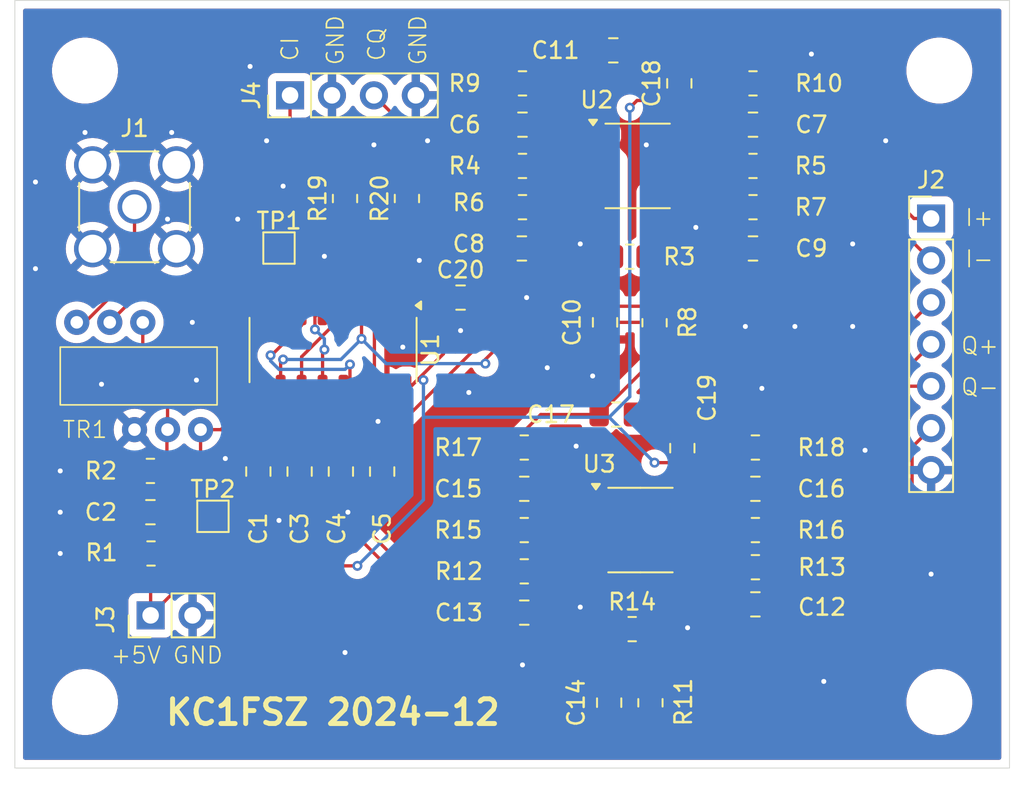
<source format=kicad_pcb>
(kicad_pcb (version 20240108) (generator "pcbnew") (generator_version "8.0")
  (layers (0 "F.Cu" signal) (31 "B.Cu" signal) (34 "B.Paste" user) (35 "F.Paste" user) (36 "B.SilkS" user "B.Silkscreen") (37 "F.SilkS" user "F.Silkscreen") (38 "B.Mask" user) (39 "F.Mask" user) (44 "Edge.Cuts" user))
  (net 0 "")
  (net 1 "Net-(U1-1B4)")
  (net 2 "GND")
  (net 3 "Net-(C2-Pad1)")
  (net 4 "Net-(U1-1B3)")
  (net 5 "Net-(U1-1B2)")
  (net 6 "Net-(U1-1B1)")
  (net 7 "Net-(U2A--)")
  (net 8 "Net-(C6-Pad2)")
  (net 9 "Net-(C7-Pad2)")
  (net 10 "Net-(U2B--)")
  (net 11 "Net-(U2A-+)")
  (net 12 "Net-(U2B-+)")
  (net 13 "Net-(C10-Pad2)")
  (net 14 "I_PLUS")
  (net 15 "I_MINUS")
  (net 16 "Net-(U3B-+)")
  (net 17 "Net-(U3A-+)")
  (net 18 "Net-(C14-Pad2)")
  (net 19 "Net-(U3A--)")
  (net 20 "Net-(C15-Pad2)")
  (net 21 "Net-(U3B--)")
  (net 22 "Net-(C16-Pad2)")
  (net 23 "Q_MINUS")
  (net 24 "Q_PLUS")
  (net 25 "+5V")
  (net 26 "Net-(J1-In)")
  (net 27 "VCOML")
  (net 28 "VCOMR")
  (net 29 "CLK_I")
  (net 30 "CLK_Q")
  (net 31 "Net-(U1-2A)")
  (net 32 "Net-(U1-1A)")
  (net 33 "Net-(J4-Pin_1)")
  (net 34 "Net-(J4-Pin_3)")
  (footprint "Resistor_SMD:R_0805_2012Metric_Pad1.20x1.40mm_HandSolder" (layer "F.Cu") (at 158.5 82.525 90)
    (property "Reference" "R8")
    (property "Value" "100k")
  )
  (footprint "MountingHole:MountingHole_3.5mm" (layer "F.Cu") (at 175.75 105.5)
    (property "Reference" "H4" (hide yes))
    (property "Value" "MountingHole")
  )
  (footprint "Package_SO:SOIC-16_3.9x9.9mm_P1.27mm" (layer "F.Cu") (at 139.025 84.175 -90)
    (property "Reference" "U1")
    (property "Value" "SN74CBT3253")
  )
  (footprint "Package_SO:SOIC-8_3.9x4.9mm_P1.27mm" (layer "F.Cu") (at 157.475 73.025)
    (property "Reference" "U2")
    (property "Value" "LM4562")
  )
  (footprint "Capacitor_SMD:C_0805_2012Metric_Pad1.18x1.45mm_HandSolder" (layer "F.Cu") (at 164.4625 78.025 180)
    (property "Reference" "C9")
    (property "Value" "0.1u")
  )
  (footprint "Resistor_SMD:R_0805_2012Metric_Pad1.20x1.40mm_HandSolder" (layer "F.Cu") (at 157 78.525)
    (property "Reference" "R3")
    (property "Value" "100")
  )
  (footprint "Resistor_SMD:R_0805_2012Metric_Pad1.20x1.40mm_HandSolder" (layer "F.Cu") (at 150.5 75.525 180)
    (property "Reference" "R6")
    (property "Value" "470k")
  )
  (footprint "MountingHole:MountingHole_3.5mm" (layer "F.Cu") (at 175.75 67.25)
    (property "Reference" "H3" (hide yes))
    (property "Value" "MountingHole")
  )
  (footprint "Capacitor_SMD:C_0805_2012Metric_Pad1.18x1.45mm_HandSolder" (layer "F.Cu") (at 156.182628 88.082628 180)
    (property "Reference" "C17")
    (property "Value" "10n")
  )
  (footprint "Capacitor_SMD:C_0805_2012Metric_Pad1.18x1.45mm_HandSolder" (layer "F.Cu") (at 142 91.5375 -90)
    (property "Reference" "C5")
    (property "Value" "33nF")
  )
  (footprint "Connector_PinHeader_2.54mm:PinHeader_1x07_P2.54mm_Vertical" (layer "F.Cu") (at 175.25 76.21)
    (property "Reference" "J2")
    (property "Value" "Conn_01x07")
  )
  (footprint "Capacitor_SMD:C_0805_2012Metric_Pad1.18x1.45mm_HandSolder" (layer "F.Cu") (at 127.9625 94 180)
    (property "Reference" "C2")
    (property "Value" "2.2u")
  )
  (footprint "bruce-footprints:FT37-43 Trifilar" (layer "F.Cu") (at 127.5 85.5)
    (property "Reference" "TR1")
    (property "Value" "Trifilar FT37-43")
  )
  (footprint "Capacitor_SMD:C_0805_2012Metric_Pad1.18x1.45mm_HandSolder" (layer "F.Cu") (at 146.75 81)
    (property "Reference" "C20")
    (property "Value" "0.1u")
  )
  (footprint "Capacitor_SMD:C_0805_2012Metric_Pad1.18x1.45mm_HandSolder" (layer "F.Cu") (at 150.5 70.525)
    (property "Reference" "C6")
    (property "Value" "4.7n")
  )
  (footprint "Capacitor_SMD:C_0805_2012Metric_Pad1.18x1.45mm_HandSolder" (layer "F.Cu") (at 164.607628 99.582628 180)
    (property "Reference" "C12")
    (property "Value" "0.1u")
  )
  (footprint "MountingHole:MountingHole_3.5mm" (layer "F.Cu") (at 124 67.25)
    (property "Reference" "H1" (hide yes))
    (property "Value" "MountingHole")
  )
  (footprint "Capacitor_SMD:C_0805_2012Metric_Pad1.18x1.45mm_HandSolder" (layer "F.Cu") (at 155.5 82.5 90)
    (property "Reference" "C10")
    (property "Value" "10u")
  )
  (footprint "Capacitor_SMD:C_0805_2012Metric_Pad1.18x1.45mm_HandSolder" (layer "F.Cu") (at 160.182628 90.120128 90)
    (property "Reference" "C19")
    (property "Value" "0.1u")
  )
  (footprint "Connector_Coaxial:SMA_Amphenol_901-144_Vertical" (layer "F.Cu") (at 127 75.5)
    (property "Reference" "J1")
    (property "Value" "Conn_Coaxial")
  )
  (footprint "Package_SO:SOIC-8_3.9x4.9mm_P1.27mm" (layer "F.Cu") (at 157.645128 95.082628)
    (property "Reference" "U3")
    (property "Value" "LM4562")
  )
  (footprint "Connector_PinHeader_2.54mm:PinHeader_1x04_P2.54mm_Vertical" (layer "F.Cu") (at 136.42 68.75 90)
    (property "Reference" "J4")
    (property "Value" "Clock")
  )
  (footprint "Capacitor_SMD:C_0805_2012Metric_Pad1.18x1.45mm_HandSolder" (layer "F.Cu") (at 160 68.025 90)
    (property "Reference" "C18")
    (property "Value" "0.1u")
  )
  (footprint "Capacitor_SMD:C_0805_2012Metric_Pad1.18x1.45mm_HandSolder" (layer "F.Cu") (at 155.75 105.5375 90)
    (property "Reference" "C14")
    (property "Value" "10u")
  )
  (footprint "Capacitor_SMD:C_0805_2012Metric_Pad1.18x1.45mm_HandSolder" (layer "F.Cu") (at 150.607628 92.582628)
    (property "Reference" "C15")
    (property "Value" "4.7n")
  )
  (footprint "Resistor_SMD:R_0805_2012Metric_Pad1.20x1.40mm_HandSolder" (layer "F.Cu") (at 158.25 105.545128 90)
    (property "Reference" "R11")
    (property "Value" "100k")
  )
  (footprint "Resistor_SMD:R_0805_2012Metric_Pad1.20x1.40mm_HandSolder" (layer "F.Cu") (at 139.75 75 90)
    (property "Reference" "R19")
    (property "Value" "47")
  )
  (footprint "Resistor_SMD:R_0805_2012Metric_Pad1.20x1.40mm_HandSolder" (layer "F.Cu") (at 164.4625 73.025)
    (property "Reference" "R5")
    (property "Value" "470")
  )
  (footprint "Resistor_SMD:R_0805_2012Metric_Pad1.20x1.40mm_HandSolder" (layer "F.Cu") (at 127.9625 91.5 180)
    (property "Reference" "R2")
    (property "Value" "10k")
  )
  (footprint "Capacitor_SMD:C_0805_2012Metric_Pad1.18x1.45mm_HandSolder" (layer "F.Cu") (at 150.4625 78.025)
    (property "Reference" "C8")
    (property "Value" "0.1u")
  )
  (footprint "Resistor_SMD:R_0805_2012Metric_Pad1.20x1.40mm_HandSolder" (layer "F.Cu") (at 150.5 68.025 180)
    (property "Reference" "R9")
    (property "Value" "47")
  )
  (footprint "Resistor_SMD:R_0805_2012Metric_Pad1.20x1.40mm_HandSolder" (layer "F.Cu") (at 150.607628 95.082628 180)
    (property "Reference" "R15")
    (property "Value" "470")
  )
  (footprint "TestPoint:TestPoint_Pad_1.5x1.5mm" (layer "F.Cu") (at 131.75 94.25)
    (property "Reference" "TP2")
    (property "Value" "TestPoint")
  )
  (footprint "Capacitor_SMD:C_0805_2012Metric_Pad1.18x1.45mm_HandSolder" (layer "F.Cu") (at 134.5 91.5375 -90)
    (property "Reference" "C1")
    (property "Value" "33nF")
  )
  (footprint "TestPoint:TestPoint_Pad_1.5x1.5mm" (layer "F.Cu") (at 135.75 78)
    (property "Reference" "TP1")
    (property "Value" "TestPoint")
  )
  (footprint "Resistor_SMD:R_0805_2012Metric_Pad1.20x1.40mm_HandSolder" (layer "F.Cu") (at 164.607628 95.082628)
    (property "Reference" "R16")
    (property "Value" "470")
  )
  (footprint "Capacitor_SMD:C_0805_2012Metric_Pad1.18x1.45mm_HandSolder" (layer "F.Cu") (at 164.607628 92.582628 180)
    (property "Reference" "C16")
    (property "Value" "4.7n")
  )
  (footprint "Resistor_SMD:R_0805_2012Metric_Pad1.20x1.40mm_HandSolder" (layer "F.Cu") (at 164.607628 90.082628)
    (property "Reference" "R18")
    (property "Value" "47")
  )
  (footprint "Capacitor_SMD:C_0805_2012Metric_Pad1.18x1.45mm_HandSolder" (layer "F.Cu") (at 150.607628 100.082628)
    (property "Reference" "C13")
    (property "Value" "0.1u")
  )
  (footprint "MountingHole:MountingHole_3.5mm" (layer "F.Cu") (at 124 105.5)
    (property "Reference" "H2" (hide yes))
    (property "Value" "MountingHole")
  )
  (footprint "Capacitor_SMD:C_0805_2012Metric_Pad1.18x1.45mm_HandSolder" (layer "F.Cu") (at 164.4625 70.525 180)
    (property "Reference" "C7")
    (property "Value" "4.7n")
  )
  (footprint "Resistor_SMD:R_0805_2012Metric_Pad1.20x1.40mm_HandSolder" (layer "F.Cu") (at 128 96.5)
    (property "Reference" "R1")
    (property "Value" "10k")
  )
  (footprint "Resistor_SMD:R_0805_2012Metric_Pad1.20x1.40mm_HandSolder" (layer "F.Cu") (at 164.4625 75.525 180)
    (property "Reference" "R7")
    (property "Value" "470k")
  )
  (footprint "Resistor_SMD:R_0805_2012Metric_Pad1.20x1.40mm_HandSolder" (layer "F.Cu") (at 164.4625 68.025)
    (property "Reference" "R10")
    (property "Value" "47")
  )
  (footprint "Connector_PinHeader_2.54mm:PinHeader_1x02_P2.54mm_Vertical" (layer "F.Cu") (at 127.975 100.25 90)
    (property "Reference" "J3")
    (property "Value" "Power")
  )
  (footprint "Resistor_SMD:R_0805_2012Metric_Pad1.20x1.40mm_HandSolder" (layer "F.Cu") (at 143.5 75 90)
    (property "Reference" "R20")
    (property "Value" "47")
  )
  (footprint "Resistor_SMD:R_0805_2012Metric_Pad1.20x1.40mm_HandSolder" (layer "F.Cu") (at 150.5 73.025 180)
    (property "Reference" "R4")
    (property "Value" "470")
  )
  (footprint "Resistor_SMD:R_0805_2012Metric_Pad1.20x1.40mm_HandSolder" (layer "F.Cu") (at 150.607628 97.582628 180)
    (property "Reference" "R12")
    (property "Value" "470k")
  )
  (footprint "Resistor_SMD:R_0805_2012Metric_Pad1.20x1.40mm_HandSolder" (layer "F.Cu") (at 164.607628 97.332628 180)
    (property "Reference" "R13")
    (property "Value" "470k")
  )
  (footprint "Resistor_SMD:R_0805_2012Metric_Pad1.20x1.40mm_HandSolder" (layer "F.Cu") (at 150.607628 90.082628 180)
    (property "Reference" "R17")
    (property "Value" "47")
  )
  (footprint "Capacitor_SMD:C_0805_2012Metric_Pad1.18x1.45mm_HandSolder" (layer "F.Cu") (at 156 66.025 180)
    (property "Reference" "C11")
    (property "Value" "10n")
  )
  (footprint "Capacitor_SMD:C_0805_2012Metric_Pad1.18x1.45mm_HandSolder" (layer "F.Cu") (at 139.5 91.5375 -90)
    (property "Reference" "C4")
    (property "Value" "33nF")
  )
  (footprint "Resistor_SMD:R_0805_2012Metric_Pad1.20x1.40mm_HandSolder" (layer "F.Cu") (at 157.145128 101.082628)
    (property "Reference" "R14")
    (property "Value" "100")
  )
  (footprint "Capacitor_SMD:C_0805_2012Metric_Pad1.18x1.45mm_HandSolder" (layer "F.Cu") (at 137 91.5375 -90)
    (property "Reference" "C3")
    (property "Value" "33nF")
  )
  (gr_rect (start 119.75 63) (end 180 109.5) (stroke (width 0.05)) (fill none) (layer "Edge.Cuts"))
  (gr_text "GND" (at 129.25 103.25 0) (layer "F.SilkS") (effects (font (size 1 1) (thickness 0.1)) (justify left bottom)))
  (gr_text "CQ" (at 142.25 66.75 90) (layer "F.SilkS") (effects (font (size 1 1) (thickness 0.1)) (justify left bottom)))
  (gr_text "GND" (at 139.75 67 90) (layer "F.SilkS") (effects (font (size 1 1) (thickness 0.1)) (justify left bottom)))
  (gr_text "KC1FSZ 2024-12" (at 128.75 107 0) (layer "F.SilkS") (effects (font (size 1.5 1.5) (thickness 0.3) (bold yes)) (justify left bottom)))
  (gr_text "I-" (at 177.25 79.25 0) (layer "F.SilkS") (effects (font (size 1 1) (thickness 0.1)) (justify left bottom)))
  (gr_text "CI" (at 137 66.75 90) (layer "F.SilkS") (effects (font (size 1 1) (thickness 0.1)) (justify left bottom)))
  (gr_text "Q-" (at 177 87 0) (layer "F.SilkS") (effects (font (size 1 1) (thickness 0.1)) (justify left bottom)))
  (gr_text "+5V" (at 125.5 103.25 0) (layer "F.SilkS") (effects (font (size 1 1) (thickness 0.1)) (justify left bottom)))
  (gr_text "I+" (at 177.25 76.75 0) (layer "F.SilkS") (effects (font (size 1 1) (thickness 0.1)) (justify left bottom)))
  (gr_text "Q+" (at 177 84.5 0) (layer "F.SilkS") (effects (font (size 1 1) (thickness 0.1)) (justify left bottom)))
  (gr_text "GND" (at 144.75 67 90) (layer "F.SilkS") (effects (font (size 1 1) (thickness 0.1)) (justify left bottom)))
  (segment (start 140.75 83.5) (end 140.75 81.88) (width 0.2) (layer "F.Cu") (net 1))
  (segment (start 165.5 78.025) (end 165.5 78.159744) (width 0.2) (layer "F.Cu") (net 1))
  (segment (start 135.85 84.9) (end 136 84.75) (width 0.2) (layer "F.Cu") (net 1))
  (segment (start 148.25 85) (end 148.25 84.75) (width 0.2) (layer "F.Cu") (net 1))
  (segment (start 140.75 81.88) (end 140.93 81.7) (width 0.2) (layer "F.Cu") (net 1))
  (segment (start 134.5 90.5) (end 135.85 89.15) (width 0.2) (layer "F.Cu") (net 1))
  (segment (start 135.85 86.65) (end 135.85 84.9) (width 0.2) (layer "F.Cu") (net 1))
  (segment (start 165.5 78.159744) (end 161.159744 82.5) (width 0.2) (layer "F.Cu") (net 1))
  (segment (start 151.5 82.75) (end 150.25 82.75) (width 0.2) (layer "F.Cu") (net 1))
  (segment (start 135.85 89.15) (end 135.85 86.65) (width 0.2) (layer "F.Cu") (net 1))
  (segment (start 148.25 84.75) (end 150.25 82.75) (width 0.2) (layer "F.Cu") (net 1))
  (segment (start 161.159744 82.5) (end 151.75 82.5) (width 0.2) (layer "F.Cu") (net 1))
  (segment (start 151.75 82.5) (end 151.5 82.75) (width 0.2) (layer "F.Cu") (net 1))
  (via (at 140.75 83.5) (size 0.6) (drill 0.3) (layers "F.Cu" "B.Cu") (net 1))
  (via (at 148.25 85) (size 0.6) (drill 0.3) (layers "F.Cu" "B.Cu") (net 1))
  (via (at 136 84.75) (size 0.6) (drill 0.3) (layers "F.Cu" "B.Cu") (net 1))
  (segment (start 142.25 85) (end 140.75 83.5) (width 0.2) (layer "B.Cu") (net 1))
  (segment (start 148.25 85) (end 142.25 85) (width 0.2) (layer "B.Cu") (net 1))
  (segment (start 136 84.75) (end 139.5 84.75) (width 0.2) (layer "B.Cu") (net 1))
  (segment (start 139.5 84.75) (end 140.75 83.5) (width 0.2) (layer "B.Cu") (net 1))
  (segment (start 139.5 93.575) (end 139.925 94) (width 0.2) (layer "F.Cu") (net 2))
  (segment (start 139.5 92.575) (end 139.5 93.575) (width 0.2) (layer "F.Cu") (net 2))
  (via (at 139.925 94) (size 0.6) (drill 0.3) (layers "F.Cu" "B.Cu") (net 2))
  (via (at 129 76.25) (size 0.6) (drill 0.3) (layers "F.Cu" "B.Cu") (net 2))
  (via (at 122.5 96.5) (size 0.6) (drill 0.3) (layers "F.Cu" "B.Cu") (net 2))
  (via (at 154 77.75) (size 0.6) (drill 0.3) (layers "F.Cu" "B.Cu") (net 2))
  (via (at 121 74) (size 0.6) (drill 0.3) (layers "F.Cu" "B.Cu") (net 2))
  (via (at 171.25 90.25) (size 0.6) (drill 0.3) (layers "F.Cu" "B.Cu") (net 2))
  (via (at 170.5 77.75) (size 0.6) (drill 0.3) (layers "F.Cu" "B.Cu") (net 2))
  (via (at 144.75 71.5) (size 0.6) (drill 0.3) (layers "F.Cu" "B.Cu") (net 2))
  (via (at 143.25 84) (size 0.6) (drill 0.3) (layers "F.Cu" "B.Cu") (net 2))
  (via (at 146.75 83) (size 0.6) (drill 0.3) (layers "F.Cu" "B.Cu") (net 2))
  (via (at 168.75 104.25) (size 0.6) (drill 0.3) (layers "F.Cu" "B.Cu") (net 2))
  (via (at 165 86.5) (size 0.6) (drill 0.3) (layers "F.Cu" "B.Cu") (net 2))
  (via (at 129.25 71) (size 0.6) (drill 0.3) (layers "F.Cu" "B.Cu") (net 2))
  (via (at 141.5 71.75) (size 0.6) (drill 0.3) (layers "F.Cu" "B.Cu") (net 2))
  (via (at 135 71.5) (size 0.6) (drill 0.3) (layers "F.Cu" "B.Cu") (net 2))
  (via (at 144.25 78.75) (size 0.6) (drill 0.3) (layers "F.Cu" "B.Cu") (net 2))
  (via (at 147.25 86.75) (size 0.6) (drill 0.3) (layers "F.Cu" "B.Cu") (net 2))
  (via (at 168 66.25) (size 0.6) (drill 0.3) (layers "F.Cu" "B.Cu") (net 2))
  (via (at 153.75 90) (size 0.6) (drill 0.3) (layers "F.Cu" "B.Cu") (net 2))
  (via (at 122.5 91.5) (size 0.6) (drill 0.3) (layers "F.Cu" "B.Cu") (net 2))
  (via (at 133.25 76.25) (size 0.6) (drill 0.3) (layers "F.Cu" "B.Cu") (net 2))
  (via (at 154 99.75) (size 0.6) (drill 0.3) (layers "F.Cu" "B.Cu") (net 2))
  (via (at 132.5 90.75) (size 0.6) (drill 0.3) (layers "F.Cu" "B.Cu") (net 2))
  (via (at 167 82.75) (size 0.6) (drill 0.3) (layers "F.Cu" "B.Cu") (net 2))
  (via (at 135.75 94.5) (size 0.6) (drill 0.3) (layers "F.Cu" "B.Cu") (net 2))
  (via (at 134 67) (size 0.6) (drill 0.3) (layers "F.Cu" "B.Cu") (net 2))
  (via (at 141.75 88.5) (size 0.6) (drill 0.3) (layers "F.Cu" "B.Cu") (net 2))
  (via (at 138.5 78.5) (size 0.6) (drill 0.3) (layers "F.Cu" "B.Cu") (net 2))
  (via (at 122.5 94) (size 0.6) (drill 0.3) (layers "F.Cu" "B.Cu") (net 2))
  (via (at 175.25 97.75) (size 0.6) (drill 0.3) (layers "F.Cu" "B.Cu") (net 2))
  (via (at 158 71.75) (size 0.6) (drill 0.3) (layers "F.Cu" "B.Cu") (net 2))
  (via (at 164 82.75) (size 0.6) (drill 0.3) (layers "F.Cu" "B.Cu") (net 2))
  (via (at 124 71) (size 0.6) (drill 0.3) (layers "F.Cu" "B.Cu") (net 2))
  (via (at 125 86.25) (size 0.6) (drill 0.3) (layers "F.Cu" "B.Cu") (net 2))
  (via (at 150.75 81) (size 0.6) (drill 0.3) (layers "F.Cu" "B.Cu") (net 2))
  (via (at 152 85.25) (size 0.6) (drill 0.3) (layers "F.Cu" "B.Cu") (net 2))
  (via (at 136 74.25) (size 0.6) (drill 0.3) (layers "F.Cu" "B.Cu") (net 2))
  (via (at 130.75 86) (size 0.6) (drill 0.3) (layers "F.Cu" "B.Cu") (net 2))
  (via (at 130.5 82.5) (size 0.6) (drill 0.3) (layers "F.Cu" "B.Cu") (net 2))
  (via (at 172.5 71.5) (size 0.6) (drill 0.3) (layers "F.Cu" "B.Cu") (net 2))
  (via (at 121 79.25) (size 0.6) (drill 0.3) (layers "F.Cu" "B.Cu") (net 2))
  (via (at 161 76.75) (size 0.6) (drill 0.3) (layers "F.Cu" "B.Cu") (net 2))
  (via (at 160.5 101) (size 0.6) (drill 0.3) (layers "F.Cu" "B.Cu") (net 2))
  (via (at 154.75 85.75) (size 0.6) (drill 0.3) (layers "F.Cu" "B.Cu") (net 2))
  (via (at 170.5 82.75) (size 0.6) (drill 0.3) (layers "F.Cu" "B.Cu") (net 2))
  (via (at 139.75 102.5) (size 0.6) (drill 0.3) (layers "F.Cu" "B.Cu") (net 2))
  (via (at 150.5 103.25) (size 0.6) (drill 0.3) (layers "F.Cu" "B.Cu") (net 2))
  (segment (start 128.5 86) (end 129 86.5) (width 0.2) (layer "F.Cu") (net 3))
  (segment (start 129 94) (end 129 91.5375) (width 0.2) (layer "F.Cu") (net 3))
  (segment (start 129 96.5) (end 129 94) (width 0.2) (layer "F.Cu") (net 3))
  (segment (start 129 91.5375) (end 128.9625 91.5) (width 0.2) (layer "F.Cu") (net 3))
  (segment (start 129 86.5) (end 129 89) (width 0.2) (layer "F.Cu") (net 3))
  (segment (start 128.9625 89.0375) (end 129 89) (width 0.2) (layer "F.Cu") (net 3))
  (segment (start 127.5 82.5) (end 127.5 84.5) (width 0.2) (layer "F.Cu") (net 3))
  (segment (start 128.9625 91.5) (end 128.9625 89.0375) (width 0.2) (layer "F.Cu") (net 3))
  (segment (start 127.5 84.5) (end 128.5 85.5) (width 0.2) (layer "F.Cu") (net 3))
  (segment (start 128.5 85.5) (end 128.5 86) (width 0.2) (layer "F.Cu") (net 3))
  (segment (start 138.025 93) (end 138.025 91.525) (width 0.2) (layer "F.Cu") (net 4))
  (segment (start 137 90.5) (end 137 86.77) (width 0.2) (layer "F.Cu") (net 4))
  (segment (start 139.66 82.045552) (end 139.66 81.7) (width 0.2) (layer "F.Cu") (net 4))
  (segment (start 138.025 91.525) (end 137 90.5) (width 0.2) (layer "F.Cu") (net 4))
  (segment (start 150.525 105.5) (end 138.025 93) (width 0.2) (layer "F.Cu") (net 4))
  (segment (start 137 86.77) (end 137.12 86.65) (width 0.2) (layer "F.Cu") (net 4))
  (segment (start 137.12 86.65) (end 137.12 84.585552) (width 0.2) (layer "F.Cu") (net 4))
  (segment (start 160.452756 105.5) (end 150.525 105.5) (width 0.2) (layer "F.Cu") (net 4))
  (segment (start 137.12 84.585552) (end 139.66 82.045552) (width 0.2) (layer "F.Cu") (net 4))
  (segment (start 165.645128 100.307628) (end 160.452756 105.5) (width 0.2) (layer "F.Cu") (net 4))
  (segment (start 165.645128 99.582628) (end 165.645128 100.307628) (width 0.2) (layer "F.Cu") (net 4))
  (segment (start 140.525 91.525) (end 139.5 90.5) (width 0.2) (layer "F.Cu") (net 5))
  (segment (start 146.082628 100.082628) (end 140.5 94.5) (width 0.2) (layer "F.Cu") (net 5))
  (segment (start 149.570128 100.082628) (end 146.082628 100.082628) (width 0.2) (layer "F.Cu") (net 5))
  (segment (start 139.5 90.5) (end 138.39 89.39) (width 0.2) (layer "F.Cu") (net 5))
  (segment (start 140.525 94.475) (end 140.525 91.525) (width 0.2) (layer "F.Cu") (net 5))
  (segment (start 140.5 94.5) (end 140.525 94.475) (width 0.2) (layer "F.Cu") (net 5))
  (segment (start 138.39 84.26) (end 138.5 84.15) (width 0.2) (layer "F.Cu") (net 5))
  (segment (start 138.39 86.65) (end 138.39 84.26) (width 0.2) (layer "F.Cu") (net 5))
  (segment (start 138.39 89.39) (end 138.39 86.65) (width 0.2) (layer "F.Cu") (net 5))
  (segment (start 137.928511 82.161489) (end 138.39 81.7) (width 0.2) (layer "F.Cu") (net 5))
  (segment (start 137.928511 82.928511) (end 137.928511 82.161489) (width 0.2) (layer "F.Cu") (net 5))
  (via (at 138.5 84.15) (size 0.6) (drill 0.3) (layers "F.Cu" "B.Cu") (net 5))
  (via (at 137.928511 82.928511) (size 0.6) (drill 0.3) (layers "F.Cu" "B.Cu") (net 5))
  (segment (start 138.5 84.15) (end 138.5 83.5) (width 0.2) (layer "B.Cu") (net 5))
  (segment (start 138.5 83.5) (end 137.928511 82.928511) (width 0.2) (layer "B.Cu") (net 5))
  (segment (start 135.297982 84.497017) (end 135.241051 84.497017) (width 0.2) (layer "F.Cu") (net 6))
  (segment (start 140.049265 86.260735) (end 139.66 86.65) (width 0.2) (layer "F.Cu") (net 6))
  (segment (start 140.049265 85.049265) (end 140.049265 86.260735) (width 0.2) (layer "F.Cu") (net 6))
  (segment (start 149.425 78.025) (end 149.425 82.310552) (width 0.2) (layer "F.Cu") (net 6))
  (segment (start 137.12 81.7) (end 137.12 82.674999) (width 0.2) (layer "F.Cu") (net 6))
  (segment (start 142 89.735552) (end 142 90.5) (width 0.2) (layer "F.Cu") (net 6))
  (segment (start 139.66 88.16) (end 139.66 86.65) (width 0.2) (layer "F.Cu") (net 6))
  (segment (start 149.425 82.310552) (end 142 89.735552) (width 0.2) (layer "F.Cu") (net 6))
  (segment (start 137.12 82.674999) (end 135.297982 84.497017) (width 0.2) (layer "F.Cu") (net 6))
  (segment (start 142 90.5) (end 139.66 88.16) (width 0.2) (layer "F.Cu") (net 6))
  (via (at 140.049265 85.049265) (size 0.6) (drill 0.3) (layers "F.Cu" "B.Cu") (net 6))
  (via (at 135.241051 84.497017) (size 0.6) (drill 0.3) (layers "F.Cu" "B.Cu") (net 6))
  (segment (start 135.241051 84.83958) (end 135.751471 85.35) (width 0.2) (layer "B.Cu") (net 6))
  (segment (start 135.751471 85.35) (end 139.74853 85.35) (width 0.2) (layer "B.Cu") (net 6))
  (segment (start 139.74853 85.35) (end 140.049265 85.049265) (width 0.2) (layer "B.Cu") (net 6))
  (segment (start 135.241051 84.497017) (end 135.241051 84.83958) (width 0.2) (layer "B.Cu") (net 6))
  (segment (start 156 78.525) (end 156.275 78.25) (width 0.2) (layer "F.Cu") (net 7))
  (segment (start 149.4625 70.525) (end 151.5 72.5625) (width 0.2) (layer "F.Cu") (net 7))
  (segment (start 151.5 73.025) (end 154.365 73.025) (width 0.2) (layer "F.Cu") (net 7))
  (segment (start 154.365 73.025) (end 155 72.39) (width 0.2) (layer "F.Cu") (net 7))
  (segment (start 156.275 72.690001) (end 155.974999 72.39) (width 0.2) (layer "F.Cu") (net 7))
  (segment (start 156.275 78.25) (end 156.275 72.690001) (width 0.2) (layer "F.Cu") (net 7))
  (segment (start 151.5 72.5625) (end 151.5 73.025) (width 0.2) (layer "F.Cu") (net 7))
  (segment (start 155.974999 72.39) (end 155 72.39) (width 0.2) (layer "F.Cu") (net 7))
  (segment (start 151.5375 68.5625) (end 151.5375 70.525) (width 0.2) (layer "F.Cu") (net 8))
  (segment (start 151.5 68.525) (end 151.5375 68.5625) (width 0.2) (layer "F.Cu") (net 8))
  (segment (start 154.405 70.525) (end 155 71.12) (width 0.2) (layer "F.Cu") (net 8))
  (segment (start 151.5 68.025) (end 151.5 68.525) (width 0.2) (layer "F.Cu") (net 8))
  (segment (start 151.5375 70.525) (end 154.405 70.525) (width 0.2) (layer "F.Cu") (net 8))
  (segment (start 163.425 70.525) (end 163.425 68.0625) (width 0.2) (layer "F.Cu") (net 9))
  (segment (start 163.425 68.0625) (end 163.4625 68.025) (width 0.2) (layer "F.Cu") (net 9))
  (segment (start 159.95 72.39) (end 161.56 72.39) (width 0.2) (layer "F.Cu") (net 9))
  (segment (start 161.56 72.39) (end 163.425 70.525) (width 0.2) (layer "F.Cu") (net 9))
  (segment (start 158 78.525) (end 158 74.635001) (width 0.2) (layer "F.Cu") (net 10))
  (segment (start 163.4625 72.5625) (end 163.4625 73.025) (width 0.2) (layer "F.Cu") (net 10))
  (segment (start 158.975001 73.66) (end 159.95 73.66) (width 0.2) (layer "F.Cu") (net 10))
  (segment (start 163.4625 73.025) (end 160.585 73.025) (width 0.2) (layer "F.Cu") (net 10))
  (segment (start 158 74.635001) (end 158.975001 73.66) (width 0.2) (layer "F.Cu") (net 10))
  (segment (start 165.5 70.525) (end 163.4625 72.5625) (width 0.2) (layer "F.Cu") (net 10))
  (segment (start 160.585 73.025) (end 159.95 73.66) (width 0.2) (layer "F.Cu") (net 10))
  (segment (start 151.5 75.525) (end 151.5 78.025) (width 0.2) (layer "F.Cu") (net 11))
  (segment (start 151.5 75.525) (end 153.365 73.66) (width 0.2) (layer "F.Cu") (net 11))
  (segment (start 153.365 73.66) (end 155 73.66) (width 0.2) (layer "F.Cu") (net 11))
  (segment (start 163.425 76.025) (end 163.425 78.025) (width 0.2) (layer "F.Cu") (net 12))
  (segment (start 162.8675 74.93) (end 163.4625 75.525) (width 0.2) (layer "F.Cu") (net 12))
  (segment (start 159.95 74.93) (end 162.8675 74.93) (width 0.2) (layer "F.Cu") (net 12))
  (segment (start 163.4625 75.9875) (end 163.425 76.025) (width 0.2) (layer "F.Cu") (net 12))
  (segment (start 163.4625 75.525) (end 163.4625 75.9875) (width 0.2) (layer "F.Cu") (net 12))
  (segment (start 150.5 78.622244) (end 150.5 76.525) (width 0.2) (layer "F.Cu") (net 13))
  (segment (start 161.522244 81.525) (end 164.5 78.547244) (width 0.2) (layer "F.Cu") (net 13))
  (segment (start 158.5 81.525) (end 161.522244 81.525) (width 0.2) (layer "F.Cu") (net 13))
  (segment (start 150.5 76.525) (end 149.5 75.525) (width 0.2) (layer "F.Cu") (net 13))
  (segment (start 153.402756 81.525) (end 153.465256 81.4625) (width 0.2) (layer "F.Cu") (net 13))
  (segment (start 155.775 81.525) (end 158.5 81.525) (width 0.2) (layer "F.Cu") (net 13))
  (segment (start 153.402756 81.525) (end 150.5 78.622244) (width 0.2) (layer "F.Cu") (net 13))
  (segment (start 155.5 81.4625) (end 155.7125 81.4625) (width 0.2) (layer "F.Cu") (net 13))
  (segment (start 155.7125 81.4625) (end 155.775 81.525) (width 0.2) (layer "F.Cu") (net 13))
  (segment (start 164.5 78.547244) (end 164.5 76.4875) (width 0.2) (layer "F.Cu") (net 13))
  (segment (start 153.465256 81.4625) (end 155.5 81.4625) (width 0.2) (layer "F.Cu") (net 13))
  (segment (start 164.5 76.4875) (end 165.4625 75.525) (width 0.2) (layer "F.Cu") (net 13))
  (segment (start 174.21 76.21) (end 169.75 71.75) (width 0.2) (layer "F.Cu") (net 14))
  (segment (start 149.5 68.025) (end 151.5 66.025) (width 0.2) (layer "F.Cu") (net 14))
  (segment (start 169.5 65) (end 155.9875 65) (width 0.2) (layer "F.Cu") (net 14))
  (segment (start 151.5 66.025) (end 154.9625 66.025) (width 0.2) (layer "F.Cu") (net 14))
  (segment (start 155.9875 65) (end 154.9625 66.025) (width 0.2) (layer "F.Cu") (net 14))
  (segment (start 148.575 72.1) (end 148.575 68.95) (width 0.2) (layer "F.Cu") (net 14))
  (segment (start 169.75 71.75) (end 169.75 65.25) (width 0.2) (layer "F.Cu") (net 14))
  (segment (start 149.5 73.025) (end 148.575 72.1) (width 0.2) (layer "F.Cu") (net 14))
  (segment (start 169.75 65.25) (end 169.5 65) (width 0.2) (layer "F.Cu") (net 14))
  (segment (start 148.575 68.95) (end 149.5 68.025) (width 0.2) (layer "F.Cu") (net 14))
  (segment (start 175.25 76.21) (end 174.21 76.21) (width 0.2) (layer "F.Cu") (net 14))
  (segment (start 163.4625 66.025) (end 157.0375 66.025) (width 0.2) (layer "F.Cu") (net 15))
  (segment (start 169.525 73.025) (end 165.4625 73.025) (width 0.2) (layer "F.Cu") (net 15))
  (segment (start 165.4625 68.025) (end 163.4625 66.025) (width 0.2) (layer "F.Cu") (net 15))
  (segment (start 175.25 78.75) (end 169.525 73.025) (width 0.2) (layer "F.Cu") (net 15))
  (segment (start 166.3875 68.95) (end 166.3875 72.1) (width 0.2) (layer "F.Cu") (net 15))
  (segment (start 165.4625 68.025) (end 166.3875 68.95) (width 0.2) (layer "F.Cu") (net 15))
  (segment (start 166.3875 72.1) (end 165.4625 73.025) (width 0.2) (layer "F.Cu") (net 15))
  (segment (start 163.262628 96.987628) (end 163.607628 97.332628) (width 0.2) (layer "F.Cu") (net 16))
  (segment (start 163.607628 97.332628) (end 163.607628 99.545128) (width 0.2) (layer "F.Cu") (net 16))
  (segment (start 163.607628 99.545128) (end 163.570128 99.582628) (width 0.2) (layer "F.Cu") (net 16))
  (segment (start 160.120128 96.987628) (end 163.262628 96.987628) (width 0.2) (layer "F.Cu") (net 16))
  (segment (start 153.472628 95.717628) (end 151.607628 97.582628) (width 0.2) (layer "F.Cu") (net 17))
  (segment (start 151.645128 97.620128) (end 151.607628 97.582628) (width 0.2) (layer "F.Cu") (net 17))
  (segment (start 155.170128 95.717628) (end 153.472628 95.717628) (width 0.2) (layer "F.Cu") (net 17))
  (segment (start 151.645128 100.082628) (end 151.645128 97.620128) (width 0.2) (layer "F.Cu") (net 17))
  (segment (start 165.607628 97.332628) (end 164.757628 98.182628) (width 0.2) (layer "F.Cu") (net 18))
  (segment (start 160.204872 104.545128) (end 158.25 104.545128) (width 0.2) (layer "F.Cu") (net 18))
  (segment (start 158.204872 104.5) (end 158.25 104.545128) (width 0.2) (layer "F.Cu") (net 18))
  (segment (start 154.555512 104.5) (end 155.75 104.5) (width 0.2) (layer "F.Cu") (net 18))
  (segment (start 164.757628 99.992372) (end 160.204872 104.545128) (width 0.2) (layer "F.Cu") (net 18))
  (segment (start 150.457628 100.492372) (end 150.457628 98.432628) (width 0.2) (layer "F.Cu") (net 18))
  (segment (start 154.510384 104.545128) (end 154.555512 104.5) (width 0.2) (layer "F.Cu") (net 18))
  (segment (start 150.457628 98.432628) (end 149.607628 97.582628) (width 0.2) (layer "F.Cu") (net 18))
  (segment (start 154.510384 104.545128) (end 150.457628 100.492372) (width 0.2) (layer "F.Cu") (net 18))
  (segment (start 164.757628 98.182628) (end 164.757628 99.992372) (width 0.2) (layer "F.Cu") (net 18))
  (segment (start 155.75 104.5) (end 158.204872 104.5) (width 0.2) (layer "F.Cu") (net 18))
  (segment (start 151.607628 95.082628) (end 152.145128 95.082628) (width 0.2) (layer "F.Cu") (net 19))
  (segment (start 151.607628 94.620128) (end 151.607628 95.082628) (width 0.2) (layer "F.Cu") (net 19))
  (segment (start 155.305128 94.582628) (end 155.170128 94.447628) (width 0.2) (layer "F.Cu") (net 19))
  (segment (start 152.780128 94.447628) (end 155.170128 94.447628) (width 0.2) (layer "F.Cu") (net 19))
  (segment (start 157.145128 100.082628) (end 157.145128 94.582628) (width 0.2) (layer "F.Cu") (net 19))
  (segment (start 152.145128 95.082628) (end 152.780128 94.447628) (width 0.2) (layer "F.Cu") (net 19))
  (segment (start 156.145128 101.082628) (end 157.145128 100.082628) (width 0.2) (layer "F.Cu") (net 19))
  (segment (start 149.570128 92.582628) (end 151.607628 94.620128) (width 0.2) (layer "F.Cu") (net 19))
  (segment (start 157.145128 94.582628) (end 155.305128 94.582628) (width 0.2) (layer "F.Cu") (net 19))
  (segment (start 152.145128 92.582628) (end 152.740128 93.177628) (width 0.2) (layer "F.Cu") (net 20))
  (segment (start 151.645128 92.582628) (end 152.145128 92.582628) (width 0.2) (layer "F.Cu") (net 20))
  (segment (start 152.740128 93.177628) (end 155.170128 93.177628) (width 0.2) (layer "F.Cu") (net 20))
  (segment (start 151.645128 92.582628) (end 151.645128 90.120128) (width 0.2) (layer "F.Cu") (net 20))
  (segment (start 151.645128 90.120128) (end 151.607628 90.082628) (width 0.2) (layer "F.Cu") (net 20))
  (segment (start 160.755128 95.082628) (end 160.120128 95.717628) (width 0.2) (layer "F.Cu") (net 21))
  (segment (start 160.120128 95.717628) (end 159.145129 95.717628) (width 0.2) (layer "F.Cu") (net 21))
  (segment (start 165.145128 93.545128) (end 163.607628 95.082628) (width 0.2) (layer "F.Cu") (net 21))
  (segment (start 159.145129 95.717628) (end 158.145128 96.717629) (width 0.2) (layer "F.Cu") (net 21))
  (segment (start 165.645128 92.582628) (end 165.145128 93.082628) (width 0.2) (layer "F.Cu") (net 21))
  (segment (start 163.607628 95.082628) (end 160.755128 95.082628) (width 0.2) (layer "F.Cu") (net 21))
  (segment (start 165.145128 93.082628) (end 165.145128 93.545128) (width 0.2) (layer "F.Cu") (net 21))
  (segment (start 158.145128 96.717629) (end 158.145128 101.082628) (width 0.2) (layer "F.Cu") (net 21))
  (segment (start 161.705128 94.447628) (end 163.570128 92.582628) (width 0.2) (layer "F.Cu") (net 22))
  (segment (start 163.607628 92.120128) (end 163.607628 90.082628) (width 0.2) (layer "F.Cu") (net 22))
  (segment (start 160.120128 94.447628) (end 161.705128 94.447628) (width 0.2) (layer "F.Cu") (net 22))
  (segment (start 163.570128 92.582628) (end 163.570128 92.157628) (width 0.2) (layer "F.Cu") (net 22))
  (segment (start 163.570128 92.157628) (end 163.607628 92.120128) (width 0.2) (layer "F.Cu") (net 22))
  (segment (start 175.25 86.37) (end 169.320256 86.37) (width 0.2) (layer "F.Cu") (net 23))
  (segment (start 165.607628 90.082628) (end 166.532628 91.007628) (width 0.2) (layer "F.Cu") (net 23))
  (segment (start 169.320256 86.37) (end 165.607628 90.082628) (width 0.2) (layer "F.Cu") (net 23))
  (segment (start 166.532628 91.007628) (end 166.532628 94.157628) (width 0.2) (layer "F.Cu") (net 23))
  (segment (start 165.607628 90.082628) (end 163.607628 88.082628) (width 0.2) (layer "F.Cu") (net 23))
  (segment (start 163.607628 88.082628) (end 157.220128 88.082628) (width 0.2) (layer "F.Cu") (net 23))
  (segment (start 166.532628 94.157628) (end 165.607628 95.082628) (width 0.2) (layer "F.Cu") (net 23))
  (segment (start 151.607628 88.082628) (end 149.607628 90.082628) (width 0.2) (layer "F.Cu") (net 24))
  (segment (start 148.645128 91.045128) (end 148.645128 94.120128) (width 0.2) (layer "F.Cu") (net 24))
  (segment (start 174.23 84.85) (end 158.377756 84.85) (width 0.2) (layer "F.Cu") (net 24))
  (segment (start 158.377756 84.85) (end 155.145128 88.082628) (width 0.2) (layer "F.Cu") (net 24))
  (segment (start 155.145128 88.082628) (end 151.607628 88.082628) (width 0.2) (layer "F.Cu") (net 24))
  (segment (start 175.25 83.83) (end 174.23 84.85) (width 0.2) (layer "F.Cu") (net 24))
  (segment (start 148.645128 94.120128) (end 149.607628 95.082628) (width 0.2) (layer "F.Cu") (net 24))
  (segment (start 149.607628 90.082628) (end 148.645128 91.045128) (width 0.2) (layer "F.Cu") (net 24))
  (segment (start 159.95 69.1125) (end 160 69.0625) (width 0.2) (layer "F.Cu") (net 25))
  (segment (start 159.95 71.12) (end 159.95 69.1125) (width 0.2) (layer "F.Cu") (net 25))
  (segment (start 144.12 86) (end 143.47 86.65) (width 0.2) (layer "F.Cu") (net 25))
  (segment (start 130.975 97.25) (end 140.5 97.25) (width 0.2) (layer "F.Cu") (net 25))
  (segment (start 159.645128 91.157628) (end 159.645128 93.115128) (width 0.2) (layer "F.Cu") (net 25))
  (segment (start 160.025 91) (end 160.182628 91.157628) (width 0.2) (layer "F.Cu") (net 25))
  (segment (start 160 69.0625) (end 157.4375 69.0625) (width 0.2) (layer "F.Cu") (net 25))
  (segment (start 127.975 100.25) (end 127.975 97.475) (width 0.2) (layer "F.Cu") (net 25))
  (segment (start 145.7125 84.4075) (end 145.7125 81) (width 0.2) (layer "F.Cu") (net 25))
  (segment (start 158.5 91) (end 160.025 91) (width 0.2) (layer "F.Cu") (net 25))
  (segment (start 144.5 86) (end 144.12 86) (width 0.2) (layer "F.Cu") (net 25))
  (segment (start 127.975 97.475) (end 127 96.5) (width 0.2) (layer "F.Cu") (net 25))
  (segment (start 127.975 100.25) (end 130.975 97.25) (width 0.2) (layer "F.Cu") (net 25))
  (segment (start 157.4375 69.0625) (end 157 69.5) (width 0.2) (layer "F.Cu") (net 25))
  (segment (start 143.47 86.65) (end 145.7125 84.4075) (width 0.2) (layer "F.Cu") (net 25))
  (via (at 144.5 86) (size 0.6) (drill 0.3) (layers "F.Cu" "B.Cu") (net 25))
  (via (at 157 69.5) (size 0.6) (drill 0.3) (layers "F.Cu" "B.Cu") (net 25))
  (via (at 158.5 91) (size 0.6) (drill 0.3) (layers "F.Cu" "B.Cu") (net 25))
  (via (at 140.5 97.25) (size 0.6) (drill 0.3) (layers "F.Cu" "B.Cu") (net 25))
  (segment (start 144.5 88.25) (end 155.75 88.25) (width 0.2) (layer "B.Cu") (net 25))
  (segment (start 157 87) (end 155.75 88.25) (width 0.2) (layer "B.Cu") (net 25))
  (segment (start 155.75 88.25) (end 158.5 91) (width 0.2) (layer "B.Cu") (net 25))
  (segment (start 144.5 88.25) (end 144.5 86) (width 0.2) (layer "B.Cu") (net 25))
  (segment (start 144.5 93.25) (end 144.5 88.25) (width 0.2) (layer "B.Cu") (net 25))
  (segment (start 140.5 97.25) (end 144.5 93.25) (width 0.2) (layer "B.Cu") (net 25))
  (segment (start 157 69.5) (end 157 87) (width 0.2) (layer "B.Cu") (net 25))
  (segment (start 127 79.498105) (end 127 75.5) (width 0.2) (layer "F.Cu") (net 26))
  (segment (start 123.998105 82.5) (end 127 79.498105) (width 0.2) (layer "F.Cu") (net 26))
  (segment (start 123.5 82.5) (end 123.998105 82.5) (width 0.2) (layer "F.Cu") (net 26))
  (segment (start 159.075 83.525) (end 160 84.45) (width 0.2) (layer "F.Cu") (net 27))
  (segment (start 160 84.45) (end 172.09 84.45) (width 0.2) (layer "F.Cu") (net 27))
  (segment (start 172.09 84.45) (end 175.25 81.29) (width 0.2) (layer "F.Cu") (net 27))
  (segment (start 158.5 83.525) (end 159.075 83.525) (width 0.2) (layer "F.Cu") (net 27))
  (segment (start 174.1 90.06) (end 175.25 88.91) (width 0.2) (layer "F.Cu") (net 28))
  (segment (start 174.1 92.725) (end 174.1 90.06) (width 0.2) (layer "F.Cu") (net 28))
  (segment (start 160.279872 106.545128) (end 174.1 92.725) (width 0.2) (layer "F.Cu") (net 28))
  (segment (start 158.25 106.545128) (end 160.279872 106.545128) (width 0.2) (layer "F.Cu") (net 28))
  (segment (start 139.75 76) (end 141.53 77.78) (width 0.2) (layer "F.Cu") (net 29))
  (segment (start 141.53 77.78) (end 141.53 86.05) (width 0.2) (layer "F.Cu") (net 29))
  (segment (start 141.53 86.05) (end 140.93 86.65) (width 0.2) (layer "F.Cu") (net 29))
  (segment (start 142.2 77.3) (end 143.5 76) (width 0.2) (layer "F.Cu") (net 30))
  (segment (start 142.2 81.7) (end 142.2 77.3) (width 0.2) (layer "F.Cu") (net 30))
  (segment (start 131 89) (end 131 93.5) (width 0.2) (layer "F.Cu") (net 31))
  (segment (start 134.58 86.65) (end 132.23 89) (width 0.2) (layer "F.Cu") (net 31))
  (segment (start 131 93.5) (end 131.75 94.25) (width 0.2) (layer "F.Cu") (net 31))
  (segment (start 132.23 89) (end 131 89) (width 0.2) (layer "F.Cu") (net 31))
  (segment (start 135.85 78.1) (end 135.75 78) (width 0.2) (layer "F.Cu") (net 32))
  (segment (start 135.85 81.7) (end 135.85 78.1) (width 0.2) (layer "F.Cu") (net 32))
  (segment (start 135.85 80.725001) (end 135.549999 80.425) (width 0.2) (layer "F.Cu") (net 32))
  (segment (start 135.549999 80.425) (end 127.575 80.425) (width 0.2) (layer "F.Cu") (net 32))
  (segment (start 127.575 80.425) (end 125.5 82.5) (width 0.2) (layer "F.Cu") (net 32))
  (segment (start 135.85 81.7) (end 135.85 80.725001) (width 0.2) (layer "F.Cu") (net 32))
  (segment (start 136.42 72.42) (end 138 74) (width 0.2) (layer "F.Cu") (net 33))
  (segment (start 136.42 68.75) (end 136.42 72.42) (width 0.2) (layer "F.Cu") (net 33))
  (segment (start 138 74) (end 139.75 74) (width 0.2) (layer "F.Cu") (net 33))
  (segment (start 143.5 74) (end 143.5 70.75) (width 0.2) (layer "F.Cu") (net 34))
  (segment (start 143.5 70.75) (end 141.5 68.75) (width 0.2) (layer "F.Cu") (net 34))
  (zone (net 2) (net_name "GND") (layer "F.Cu") (connect_pads (clearance 0.5)) (min_thickness 0.25) (fill yes (thermal_gap 0.5) (thermal_bridge_width 0.5))
    (polygon (pts (xy 119.75 63.25) (xy 119.75 109.75) (xy 180 109.5) (xy 180 63)))
  )
  (zone (net 2) (net_name "GND") (layer "B.Cu") (priority 1) (connect_pads (clearance 0.5)) (min_thickness 0.25) (fill yes (thermal_gap 0.5) (thermal_bridge_width 0.5))
    (polygon (pts (xy 119.75 63) (xy 119.75 109.5) (xy 180 109.5) (xy 180 63)))
  )
)
</source>
